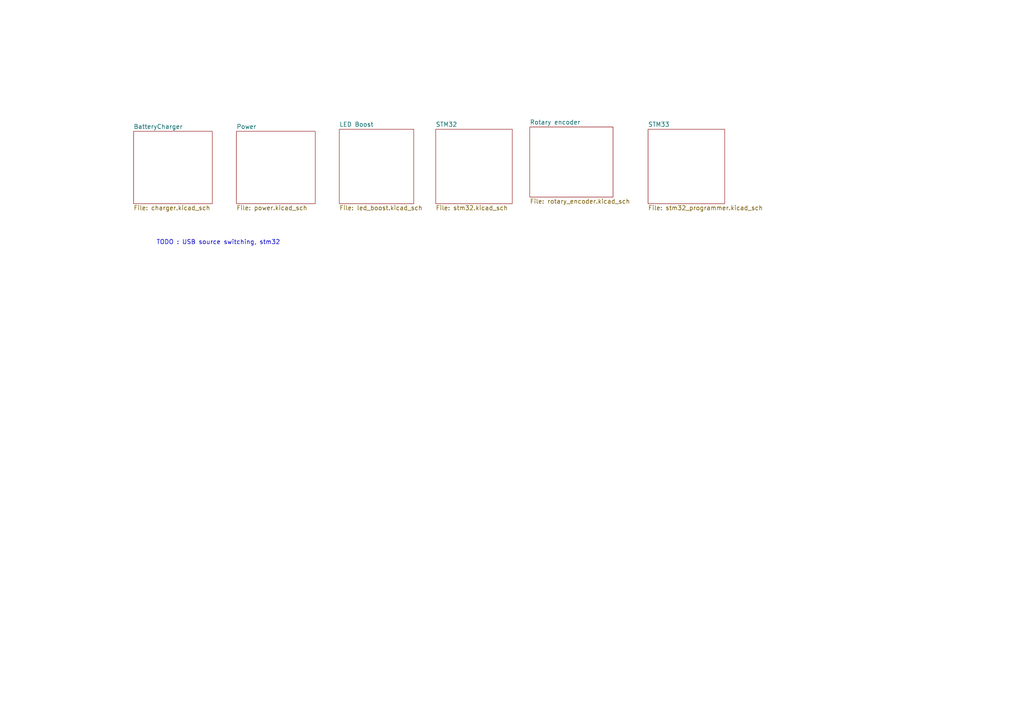
<source format=kicad_sch>
(kicad_sch (version 20210126) (generator eeschema)
  (paper "A4")
  (lib_symbols)
  (text "TODO : USB source switching, stm32" (at 81.28 71.12 180) (effects (font (size 1.27 1.27)) (justify right bottom)))
  (sheet (at 38.735 38.1) (size 22.86 20.955) (stroke (width 0.0006))
    (property "Sheet name" "BatteryCharger" (at 38.735 37.4643 0) (effects (justify left bottom)))
    (property "Sheet file" "charger.kicad_sch" (at 38.735 59.5637 0) (effects (justify left top)))
  )
  (sheet (at 98.425 37.465) (size 21.59 21.59) (stroke (width 0.0006))
    (property "Sheet name" "LED Boost" (at 98.425 36.8293 0) (effects (justify left bottom)))
    (property "Sheet file" "led_boost.kicad_sch" (at 98.425 59.5637 0) (effects (justify left top)))
  )
  (sheet (at 68.58 38.1) (size 22.86 20.955) (stroke (width 0.0006))
    (property "Sheet name" "Power" (at 68.58 37.4643 0) (effects (justify left bottom)))
    (property "Sheet file" "power.kicad_sch" (at 68.58 59.5637 0) (effects (justify left top)))
  )
  (sheet (at 153.67 36.83) (size 24.13 20.32) (stroke (width 0.0006))
    (property "Sheet name" "Rotary encoder" (at 153.67 36.1943 0) (effects (justify left bottom)))
    (property "Sheet file" "rotary_encoder.kicad_sch" (at 153.67 57.6587 0) (effects (justify left top)))
  )
  (sheet (at 126.365 37.465) (size 22.225 21.59) (stroke (width 0.0006))
    (property "Sheet name" "STM32" (at 126.365 36.8293 0) (effects (justify left bottom)))
    (property "Sheet file" "stm32.kicad_sch" (at 126.365 59.5637 0) (effects (justify left top)))
  )
  (sheet (at 187.96 37.465) (size 22.225 21.59) (stroke (width 0.0006))
    (property "Sheet name" "STM33" (at 187.96 36.8293 0) (effects (justify left bottom)))
    (property "Sheet file" "stm32_programmer.kicad_sch" (at 187.96 59.5637 0) (effects (justify left top)))
  )
)
</source>
